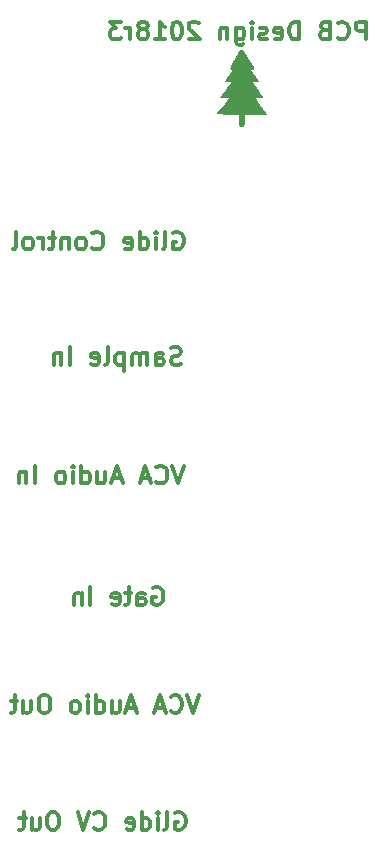
<source format=gbr>
G04 #@! TF.GenerationSoftware,KiCad,Pcbnew,(5.0.1)-rc2*
G04 #@! TF.CreationDate,2018-11-16T12:43:18-05:00*
G04 #@! TF.ProjectId,ASDR,415344522E6B696361645F7063620000,rev?*
G04 #@! TF.SameCoordinates,Original*
G04 #@! TF.FileFunction,Legend,Bot*
G04 #@! TF.FilePolarity,Positive*
%FSLAX46Y46*%
G04 Gerber Fmt 4.6, Leading zero omitted, Abs format (unit mm)*
G04 Created by KiCad (PCBNEW (5.0.1)-rc2) date 11/16/2018 12:43:18 PM*
%MOMM*%
%LPD*%
G01*
G04 APERTURE LIST*
%ADD10C,0.300000*%
%ADD11C,0.010000*%
G04 APERTURE END LIST*
D10*
X124884285Y-128790000D02*
X125027142Y-128718571D01*
X125241428Y-128718571D01*
X125455714Y-128790000D01*
X125598571Y-128932857D01*
X125670000Y-129075714D01*
X125741428Y-129361428D01*
X125741428Y-129575714D01*
X125670000Y-129861428D01*
X125598571Y-130004285D01*
X125455714Y-130147142D01*
X125241428Y-130218571D01*
X125098571Y-130218571D01*
X124884285Y-130147142D01*
X124812857Y-130075714D01*
X124812857Y-129575714D01*
X125098571Y-129575714D01*
X123527142Y-130218571D02*
X123527142Y-129432857D01*
X123598571Y-129290000D01*
X123741428Y-129218571D01*
X124027142Y-129218571D01*
X124170000Y-129290000D01*
X123527142Y-130147142D02*
X123670000Y-130218571D01*
X124027142Y-130218571D01*
X124170000Y-130147142D01*
X124241428Y-130004285D01*
X124241428Y-129861428D01*
X124170000Y-129718571D01*
X124027142Y-129647142D01*
X123670000Y-129647142D01*
X123527142Y-129575714D01*
X123027142Y-129218571D02*
X122455714Y-129218571D01*
X122812857Y-128718571D02*
X122812857Y-130004285D01*
X122741428Y-130147142D01*
X122598571Y-130218571D01*
X122455714Y-130218571D01*
X121384285Y-130147142D02*
X121527142Y-130218571D01*
X121812857Y-130218571D01*
X121955714Y-130147142D01*
X122027142Y-130004285D01*
X122027142Y-129432857D01*
X121955714Y-129290000D01*
X121812857Y-129218571D01*
X121527142Y-129218571D01*
X121384285Y-129290000D01*
X121312857Y-129432857D01*
X121312857Y-129575714D01*
X122027142Y-129718571D01*
X119527142Y-130218571D02*
X119527142Y-128718571D01*
X118812857Y-129218571D02*
X118812857Y-130218571D01*
X118812857Y-129361428D02*
X118741428Y-129290000D01*
X118598571Y-129218571D01*
X118384285Y-129218571D01*
X118241428Y-129290000D01*
X118170000Y-129432857D01*
X118170000Y-130218571D01*
X126757142Y-147840000D02*
X126900000Y-147768571D01*
X127114285Y-147768571D01*
X127328571Y-147840000D01*
X127471428Y-147982857D01*
X127542857Y-148125714D01*
X127614285Y-148411428D01*
X127614285Y-148625714D01*
X127542857Y-148911428D01*
X127471428Y-149054285D01*
X127328571Y-149197142D01*
X127114285Y-149268571D01*
X126971428Y-149268571D01*
X126757142Y-149197142D01*
X126685714Y-149125714D01*
X126685714Y-148625714D01*
X126971428Y-148625714D01*
X125828571Y-149268571D02*
X125971428Y-149197142D01*
X126042857Y-149054285D01*
X126042857Y-147768571D01*
X125257142Y-149268571D02*
X125257142Y-148268571D01*
X125257142Y-147768571D02*
X125328571Y-147840000D01*
X125257142Y-147911428D01*
X125185714Y-147840000D01*
X125257142Y-147768571D01*
X125257142Y-147911428D01*
X123900000Y-149268571D02*
X123900000Y-147768571D01*
X123900000Y-149197142D02*
X124042857Y-149268571D01*
X124328571Y-149268571D01*
X124471428Y-149197142D01*
X124542857Y-149125714D01*
X124614285Y-148982857D01*
X124614285Y-148554285D01*
X124542857Y-148411428D01*
X124471428Y-148340000D01*
X124328571Y-148268571D01*
X124042857Y-148268571D01*
X123900000Y-148340000D01*
X122614285Y-149197142D02*
X122757142Y-149268571D01*
X123042857Y-149268571D01*
X123185714Y-149197142D01*
X123257142Y-149054285D01*
X123257142Y-148482857D01*
X123185714Y-148340000D01*
X123042857Y-148268571D01*
X122757142Y-148268571D01*
X122614285Y-148340000D01*
X122542857Y-148482857D01*
X122542857Y-148625714D01*
X123257142Y-148768571D01*
X119900000Y-149125714D02*
X119971428Y-149197142D01*
X120185714Y-149268571D01*
X120328571Y-149268571D01*
X120542857Y-149197142D01*
X120685714Y-149054285D01*
X120757142Y-148911428D01*
X120828571Y-148625714D01*
X120828571Y-148411428D01*
X120757142Y-148125714D01*
X120685714Y-147982857D01*
X120542857Y-147840000D01*
X120328571Y-147768571D01*
X120185714Y-147768571D01*
X119971428Y-147840000D01*
X119900000Y-147911428D01*
X119471428Y-147768571D02*
X118971428Y-149268571D01*
X118471428Y-147768571D01*
X116542857Y-147768571D02*
X116257142Y-147768571D01*
X116114285Y-147840000D01*
X115971428Y-147982857D01*
X115900000Y-148268571D01*
X115900000Y-148768571D01*
X115971428Y-149054285D01*
X116114285Y-149197142D01*
X116257142Y-149268571D01*
X116542857Y-149268571D01*
X116685714Y-149197142D01*
X116828571Y-149054285D01*
X116900000Y-148768571D01*
X116900000Y-148268571D01*
X116828571Y-147982857D01*
X116685714Y-147840000D01*
X116542857Y-147768571D01*
X114614285Y-148268571D02*
X114614285Y-149268571D01*
X115257142Y-148268571D02*
X115257142Y-149054285D01*
X115185714Y-149197142D01*
X115042857Y-149268571D01*
X114828571Y-149268571D01*
X114685714Y-149197142D01*
X114614285Y-149125714D01*
X114114285Y-148268571D02*
X113542857Y-148268571D01*
X113900000Y-147768571D02*
X113900000Y-149054285D01*
X113828571Y-149197142D01*
X113685714Y-149268571D01*
X113542857Y-149268571D01*
X128741285Y-137862571D02*
X128241285Y-139362571D01*
X127741285Y-137862571D01*
X126384142Y-139219714D02*
X126455571Y-139291142D01*
X126669857Y-139362571D01*
X126812714Y-139362571D01*
X127027000Y-139291142D01*
X127169857Y-139148285D01*
X127241285Y-139005428D01*
X127312714Y-138719714D01*
X127312714Y-138505428D01*
X127241285Y-138219714D01*
X127169857Y-138076857D01*
X127027000Y-137934000D01*
X126812714Y-137862571D01*
X126669857Y-137862571D01*
X126455571Y-137934000D01*
X126384142Y-138005428D01*
X125812714Y-138934000D02*
X125098428Y-138934000D01*
X125955571Y-139362571D02*
X125455571Y-137862571D01*
X124955571Y-139362571D01*
X123384142Y-138934000D02*
X122669857Y-138934000D01*
X123527000Y-139362571D02*
X123027000Y-137862571D01*
X122527000Y-139362571D01*
X121384142Y-138362571D02*
X121384142Y-139362571D01*
X122027000Y-138362571D02*
X122027000Y-139148285D01*
X121955571Y-139291142D01*
X121812714Y-139362571D01*
X121598428Y-139362571D01*
X121455571Y-139291142D01*
X121384142Y-139219714D01*
X120027000Y-139362571D02*
X120027000Y-137862571D01*
X120027000Y-139291142D02*
X120169857Y-139362571D01*
X120455571Y-139362571D01*
X120598428Y-139291142D01*
X120669857Y-139219714D01*
X120741285Y-139076857D01*
X120741285Y-138648285D01*
X120669857Y-138505428D01*
X120598428Y-138434000D01*
X120455571Y-138362571D01*
X120169857Y-138362571D01*
X120027000Y-138434000D01*
X119312714Y-139362571D02*
X119312714Y-138362571D01*
X119312714Y-137862571D02*
X119384142Y-137934000D01*
X119312714Y-138005428D01*
X119241285Y-137934000D01*
X119312714Y-137862571D01*
X119312714Y-138005428D01*
X118384142Y-139362571D02*
X118527000Y-139291142D01*
X118598428Y-139219714D01*
X118669857Y-139076857D01*
X118669857Y-138648285D01*
X118598428Y-138505428D01*
X118527000Y-138434000D01*
X118384142Y-138362571D01*
X118169857Y-138362571D01*
X118027000Y-138434000D01*
X117955571Y-138505428D01*
X117884142Y-138648285D01*
X117884142Y-139076857D01*
X117955571Y-139219714D01*
X118027000Y-139291142D01*
X118169857Y-139362571D01*
X118384142Y-139362571D01*
X115812714Y-137862571D02*
X115527000Y-137862571D01*
X115384142Y-137934000D01*
X115241285Y-138076857D01*
X115169857Y-138362571D01*
X115169857Y-138862571D01*
X115241285Y-139148285D01*
X115384142Y-139291142D01*
X115527000Y-139362571D01*
X115812714Y-139362571D01*
X115955571Y-139291142D01*
X116098428Y-139148285D01*
X116169857Y-138862571D01*
X116169857Y-138362571D01*
X116098428Y-138076857D01*
X115955571Y-137934000D01*
X115812714Y-137862571D01*
X113884142Y-138362571D02*
X113884142Y-139362571D01*
X114527000Y-138362571D02*
X114527000Y-139148285D01*
X114455571Y-139291142D01*
X114312714Y-139362571D01*
X114098428Y-139362571D01*
X113955571Y-139291142D01*
X113884142Y-139219714D01*
X113384142Y-138362571D02*
X112812714Y-138362571D01*
X113169857Y-137862571D02*
X113169857Y-139148285D01*
X113098428Y-139291142D01*
X112955571Y-139362571D01*
X112812714Y-139362571D01*
X127503142Y-118431571D02*
X127003142Y-119931571D01*
X126503142Y-118431571D01*
X125146000Y-119788714D02*
X125217428Y-119860142D01*
X125431714Y-119931571D01*
X125574571Y-119931571D01*
X125788857Y-119860142D01*
X125931714Y-119717285D01*
X126003142Y-119574428D01*
X126074571Y-119288714D01*
X126074571Y-119074428D01*
X126003142Y-118788714D01*
X125931714Y-118645857D01*
X125788857Y-118503000D01*
X125574571Y-118431571D01*
X125431714Y-118431571D01*
X125217428Y-118503000D01*
X125146000Y-118574428D01*
X124574571Y-119503000D02*
X123860285Y-119503000D01*
X124717428Y-119931571D02*
X124217428Y-118431571D01*
X123717428Y-119931571D01*
X122146000Y-119503000D02*
X121431714Y-119503000D01*
X122288857Y-119931571D02*
X121788857Y-118431571D01*
X121288857Y-119931571D01*
X120146000Y-118931571D02*
X120146000Y-119931571D01*
X120788857Y-118931571D02*
X120788857Y-119717285D01*
X120717428Y-119860142D01*
X120574571Y-119931571D01*
X120360285Y-119931571D01*
X120217428Y-119860142D01*
X120146000Y-119788714D01*
X118788857Y-119931571D02*
X118788857Y-118431571D01*
X118788857Y-119860142D02*
X118931714Y-119931571D01*
X119217428Y-119931571D01*
X119360285Y-119860142D01*
X119431714Y-119788714D01*
X119503142Y-119645857D01*
X119503142Y-119217285D01*
X119431714Y-119074428D01*
X119360285Y-119003000D01*
X119217428Y-118931571D01*
X118931714Y-118931571D01*
X118788857Y-119003000D01*
X118074571Y-119931571D02*
X118074571Y-118931571D01*
X118074571Y-118431571D02*
X118146000Y-118503000D01*
X118074571Y-118574428D01*
X118003142Y-118503000D01*
X118074571Y-118431571D01*
X118074571Y-118574428D01*
X117146000Y-119931571D02*
X117288857Y-119860142D01*
X117360285Y-119788714D01*
X117431714Y-119645857D01*
X117431714Y-119217285D01*
X117360285Y-119074428D01*
X117288857Y-119003000D01*
X117146000Y-118931571D01*
X116931714Y-118931571D01*
X116788857Y-119003000D01*
X116717428Y-119074428D01*
X116646000Y-119217285D01*
X116646000Y-119645857D01*
X116717428Y-119788714D01*
X116788857Y-119860142D01*
X116931714Y-119931571D01*
X117146000Y-119931571D01*
X114860285Y-119931571D02*
X114860285Y-118431571D01*
X114146000Y-118931571D02*
X114146000Y-119931571D01*
X114146000Y-119074428D02*
X114074571Y-119003000D01*
X113931714Y-118931571D01*
X113717428Y-118931571D01*
X113574571Y-119003000D01*
X113503142Y-119145857D01*
X113503142Y-119931571D01*
X127221571Y-109827142D02*
X127007285Y-109898571D01*
X126650142Y-109898571D01*
X126507285Y-109827142D01*
X126435857Y-109755714D01*
X126364428Y-109612857D01*
X126364428Y-109470000D01*
X126435857Y-109327142D01*
X126507285Y-109255714D01*
X126650142Y-109184285D01*
X126935857Y-109112857D01*
X127078714Y-109041428D01*
X127150142Y-108970000D01*
X127221571Y-108827142D01*
X127221571Y-108684285D01*
X127150142Y-108541428D01*
X127078714Y-108470000D01*
X126935857Y-108398571D01*
X126578714Y-108398571D01*
X126364428Y-108470000D01*
X125078714Y-109898571D02*
X125078714Y-109112857D01*
X125150142Y-108970000D01*
X125293000Y-108898571D01*
X125578714Y-108898571D01*
X125721571Y-108970000D01*
X125078714Y-109827142D02*
X125221571Y-109898571D01*
X125578714Y-109898571D01*
X125721571Y-109827142D01*
X125793000Y-109684285D01*
X125793000Y-109541428D01*
X125721571Y-109398571D01*
X125578714Y-109327142D01*
X125221571Y-109327142D01*
X125078714Y-109255714D01*
X124364428Y-109898571D02*
X124364428Y-108898571D01*
X124364428Y-109041428D02*
X124293000Y-108970000D01*
X124150142Y-108898571D01*
X123935857Y-108898571D01*
X123793000Y-108970000D01*
X123721571Y-109112857D01*
X123721571Y-109898571D01*
X123721571Y-109112857D02*
X123650142Y-108970000D01*
X123507285Y-108898571D01*
X123293000Y-108898571D01*
X123150142Y-108970000D01*
X123078714Y-109112857D01*
X123078714Y-109898571D01*
X122364428Y-108898571D02*
X122364428Y-110398571D01*
X122364428Y-108970000D02*
X122221571Y-108898571D01*
X121935857Y-108898571D01*
X121793000Y-108970000D01*
X121721571Y-109041428D01*
X121650142Y-109184285D01*
X121650142Y-109612857D01*
X121721571Y-109755714D01*
X121793000Y-109827142D01*
X121935857Y-109898571D01*
X122221571Y-109898571D01*
X122364428Y-109827142D01*
X120793000Y-109898571D02*
X120935857Y-109827142D01*
X121007285Y-109684285D01*
X121007285Y-108398571D01*
X119650142Y-109827142D02*
X119793000Y-109898571D01*
X120078714Y-109898571D01*
X120221571Y-109827142D01*
X120293000Y-109684285D01*
X120293000Y-109112857D01*
X120221571Y-108970000D01*
X120078714Y-108898571D01*
X119793000Y-108898571D01*
X119650142Y-108970000D01*
X119578714Y-109112857D01*
X119578714Y-109255714D01*
X120293000Y-109398571D01*
X117793000Y-109898571D02*
X117793000Y-108398571D01*
X117078714Y-108898571D02*
X117078714Y-109898571D01*
X117078714Y-109041428D02*
X117007285Y-108970000D01*
X116864428Y-108898571D01*
X116650142Y-108898571D01*
X116507285Y-108970000D01*
X116435857Y-109112857D01*
X116435857Y-109898571D01*
X126590428Y-98691000D02*
X126733285Y-98619571D01*
X126947571Y-98619571D01*
X127161857Y-98691000D01*
X127304714Y-98833857D01*
X127376142Y-98976714D01*
X127447571Y-99262428D01*
X127447571Y-99476714D01*
X127376142Y-99762428D01*
X127304714Y-99905285D01*
X127161857Y-100048142D01*
X126947571Y-100119571D01*
X126804714Y-100119571D01*
X126590428Y-100048142D01*
X126519000Y-99976714D01*
X126519000Y-99476714D01*
X126804714Y-99476714D01*
X125661857Y-100119571D02*
X125804714Y-100048142D01*
X125876142Y-99905285D01*
X125876142Y-98619571D01*
X125090428Y-100119571D02*
X125090428Y-99119571D01*
X125090428Y-98619571D02*
X125161857Y-98691000D01*
X125090428Y-98762428D01*
X125019000Y-98691000D01*
X125090428Y-98619571D01*
X125090428Y-98762428D01*
X123733285Y-100119571D02*
X123733285Y-98619571D01*
X123733285Y-100048142D02*
X123876142Y-100119571D01*
X124161857Y-100119571D01*
X124304714Y-100048142D01*
X124376142Y-99976714D01*
X124447571Y-99833857D01*
X124447571Y-99405285D01*
X124376142Y-99262428D01*
X124304714Y-99191000D01*
X124161857Y-99119571D01*
X123876142Y-99119571D01*
X123733285Y-99191000D01*
X122447571Y-100048142D02*
X122590428Y-100119571D01*
X122876142Y-100119571D01*
X123019000Y-100048142D01*
X123090428Y-99905285D01*
X123090428Y-99333857D01*
X123019000Y-99191000D01*
X122876142Y-99119571D01*
X122590428Y-99119571D01*
X122447571Y-99191000D01*
X122376142Y-99333857D01*
X122376142Y-99476714D01*
X123090428Y-99619571D01*
X119733285Y-99976714D02*
X119804714Y-100048142D01*
X120019000Y-100119571D01*
X120161857Y-100119571D01*
X120376142Y-100048142D01*
X120519000Y-99905285D01*
X120590428Y-99762428D01*
X120661857Y-99476714D01*
X120661857Y-99262428D01*
X120590428Y-98976714D01*
X120519000Y-98833857D01*
X120376142Y-98691000D01*
X120161857Y-98619571D01*
X120019000Y-98619571D01*
X119804714Y-98691000D01*
X119733285Y-98762428D01*
X118876142Y-100119571D02*
X119019000Y-100048142D01*
X119090428Y-99976714D01*
X119161857Y-99833857D01*
X119161857Y-99405285D01*
X119090428Y-99262428D01*
X119019000Y-99191000D01*
X118876142Y-99119571D01*
X118661857Y-99119571D01*
X118519000Y-99191000D01*
X118447571Y-99262428D01*
X118376142Y-99405285D01*
X118376142Y-99833857D01*
X118447571Y-99976714D01*
X118519000Y-100048142D01*
X118661857Y-100119571D01*
X118876142Y-100119571D01*
X117733285Y-99119571D02*
X117733285Y-100119571D01*
X117733285Y-99262428D02*
X117661857Y-99191000D01*
X117519000Y-99119571D01*
X117304714Y-99119571D01*
X117161857Y-99191000D01*
X117090428Y-99333857D01*
X117090428Y-100119571D01*
X116590428Y-99119571D02*
X116019000Y-99119571D01*
X116376142Y-98619571D02*
X116376142Y-99905285D01*
X116304714Y-100048142D01*
X116161857Y-100119571D01*
X116019000Y-100119571D01*
X115519000Y-100119571D02*
X115519000Y-99119571D01*
X115519000Y-99405285D02*
X115447571Y-99262428D01*
X115376142Y-99191000D01*
X115233285Y-99119571D01*
X115090428Y-99119571D01*
X114376142Y-100119571D02*
X114519000Y-100048142D01*
X114590428Y-99976714D01*
X114661857Y-99833857D01*
X114661857Y-99405285D01*
X114590428Y-99262428D01*
X114519000Y-99191000D01*
X114376142Y-99119571D01*
X114161857Y-99119571D01*
X114019000Y-99191000D01*
X113947571Y-99262428D01*
X113876142Y-99405285D01*
X113876142Y-99833857D01*
X113947571Y-99976714D01*
X114019000Y-100048142D01*
X114161857Y-100119571D01*
X114376142Y-100119571D01*
X113019000Y-100119571D02*
X113161857Y-100048142D01*
X113233285Y-99905285D01*
X113233285Y-98619571D01*
X142865714Y-82339571D02*
X142865714Y-80839571D01*
X142294285Y-80839571D01*
X142151428Y-80911000D01*
X142080000Y-80982428D01*
X142008571Y-81125285D01*
X142008571Y-81339571D01*
X142080000Y-81482428D01*
X142151428Y-81553857D01*
X142294285Y-81625285D01*
X142865714Y-81625285D01*
X140508571Y-82196714D02*
X140580000Y-82268142D01*
X140794285Y-82339571D01*
X140937142Y-82339571D01*
X141151428Y-82268142D01*
X141294285Y-82125285D01*
X141365714Y-81982428D01*
X141437142Y-81696714D01*
X141437142Y-81482428D01*
X141365714Y-81196714D01*
X141294285Y-81053857D01*
X141151428Y-80911000D01*
X140937142Y-80839571D01*
X140794285Y-80839571D01*
X140580000Y-80911000D01*
X140508571Y-80982428D01*
X139365714Y-81553857D02*
X139151428Y-81625285D01*
X139080000Y-81696714D01*
X139008571Y-81839571D01*
X139008571Y-82053857D01*
X139080000Y-82196714D01*
X139151428Y-82268142D01*
X139294285Y-82339571D01*
X139865714Y-82339571D01*
X139865714Y-80839571D01*
X139365714Y-80839571D01*
X139222857Y-80911000D01*
X139151428Y-80982428D01*
X139080000Y-81125285D01*
X139080000Y-81268142D01*
X139151428Y-81411000D01*
X139222857Y-81482428D01*
X139365714Y-81553857D01*
X139865714Y-81553857D01*
X137222857Y-82339571D02*
X137222857Y-80839571D01*
X136865714Y-80839571D01*
X136651428Y-80911000D01*
X136508571Y-81053857D01*
X136437142Y-81196714D01*
X136365714Y-81482428D01*
X136365714Y-81696714D01*
X136437142Y-81982428D01*
X136508571Y-82125285D01*
X136651428Y-82268142D01*
X136865714Y-82339571D01*
X137222857Y-82339571D01*
X135151428Y-82268142D02*
X135294285Y-82339571D01*
X135580000Y-82339571D01*
X135722857Y-82268142D01*
X135794285Y-82125285D01*
X135794285Y-81553857D01*
X135722857Y-81411000D01*
X135580000Y-81339571D01*
X135294285Y-81339571D01*
X135151428Y-81411000D01*
X135080000Y-81553857D01*
X135080000Y-81696714D01*
X135794285Y-81839571D01*
X134508571Y-82268142D02*
X134365714Y-82339571D01*
X134080000Y-82339571D01*
X133937142Y-82268142D01*
X133865714Y-82125285D01*
X133865714Y-82053857D01*
X133937142Y-81911000D01*
X134080000Y-81839571D01*
X134294285Y-81839571D01*
X134437142Y-81768142D01*
X134508571Y-81625285D01*
X134508571Y-81553857D01*
X134437142Y-81411000D01*
X134294285Y-81339571D01*
X134080000Y-81339571D01*
X133937142Y-81411000D01*
X133222857Y-82339571D02*
X133222857Y-81339571D01*
X133222857Y-80839571D02*
X133294285Y-80911000D01*
X133222857Y-80982428D01*
X133151428Y-80911000D01*
X133222857Y-80839571D01*
X133222857Y-80982428D01*
X131865714Y-81339571D02*
X131865714Y-82553857D01*
X131937142Y-82696714D01*
X132008571Y-82768142D01*
X132151428Y-82839571D01*
X132365714Y-82839571D01*
X132508571Y-82768142D01*
X131865714Y-82268142D02*
X132008571Y-82339571D01*
X132294285Y-82339571D01*
X132437142Y-82268142D01*
X132508571Y-82196714D01*
X132580000Y-82053857D01*
X132580000Y-81625285D01*
X132508571Y-81482428D01*
X132437142Y-81411000D01*
X132294285Y-81339571D01*
X132008571Y-81339571D01*
X131865714Y-81411000D01*
X131151428Y-81339571D02*
X131151428Y-82339571D01*
X131151428Y-81482428D02*
X131080000Y-81411000D01*
X130937142Y-81339571D01*
X130722857Y-81339571D01*
X130580000Y-81411000D01*
X130508571Y-81553857D01*
X130508571Y-82339571D01*
X128722857Y-80982428D02*
X128651428Y-80911000D01*
X128508571Y-80839571D01*
X128151428Y-80839571D01*
X128008571Y-80911000D01*
X127937142Y-80982428D01*
X127865714Y-81125285D01*
X127865714Y-81268142D01*
X127937142Y-81482428D01*
X128794285Y-82339571D01*
X127865714Y-82339571D01*
X126937142Y-80839571D02*
X126794285Y-80839571D01*
X126651428Y-80911000D01*
X126580000Y-80982428D01*
X126508571Y-81125285D01*
X126437142Y-81411000D01*
X126437142Y-81768142D01*
X126508571Y-82053857D01*
X126580000Y-82196714D01*
X126651428Y-82268142D01*
X126794285Y-82339571D01*
X126937142Y-82339571D01*
X127080000Y-82268142D01*
X127151428Y-82196714D01*
X127222857Y-82053857D01*
X127294285Y-81768142D01*
X127294285Y-81411000D01*
X127222857Y-81125285D01*
X127151428Y-80982428D01*
X127080000Y-80911000D01*
X126937142Y-80839571D01*
X125008571Y-82339571D02*
X125865714Y-82339571D01*
X125437142Y-82339571D02*
X125437142Y-80839571D01*
X125580000Y-81053857D01*
X125722857Y-81196714D01*
X125865714Y-81268142D01*
X124151428Y-81482428D02*
X124294285Y-81411000D01*
X124365714Y-81339571D01*
X124437142Y-81196714D01*
X124437142Y-81125285D01*
X124365714Y-80982428D01*
X124294285Y-80911000D01*
X124151428Y-80839571D01*
X123865714Y-80839571D01*
X123722857Y-80911000D01*
X123651428Y-80982428D01*
X123580000Y-81125285D01*
X123580000Y-81196714D01*
X123651428Y-81339571D01*
X123722857Y-81411000D01*
X123865714Y-81482428D01*
X124151428Y-81482428D01*
X124294285Y-81553857D01*
X124365714Y-81625285D01*
X124437142Y-81768142D01*
X124437142Y-82053857D01*
X124365714Y-82196714D01*
X124294285Y-82268142D01*
X124151428Y-82339571D01*
X123865714Y-82339571D01*
X123722857Y-82268142D01*
X123651428Y-82196714D01*
X123580000Y-82053857D01*
X123580000Y-81768142D01*
X123651428Y-81625285D01*
X123722857Y-81553857D01*
X123865714Y-81482428D01*
X122937142Y-82339571D02*
X122937142Y-81339571D01*
X122937142Y-81625285D02*
X122865714Y-81482428D01*
X122794285Y-81411000D01*
X122651428Y-81339571D01*
X122508571Y-81339571D01*
X122151428Y-80839571D02*
X121222857Y-80839571D01*
X121722857Y-81411000D01*
X121508571Y-81411000D01*
X121365714Y-81482428D01*
X121294285Y-81553857D01*
X121222857Y-81696714D01*
X121222857Y-82053857D01*
X121294285Y-82196714D01*
X121365714Y-82268142D01*
X121508571Y-82339571D01*
X121937142Y-82339571D01*
X122080000Y-82268142D01*
X122151428Y-82196714D01*
D11*
G04 #@! TO.C,G\002A\002A\002A*
G36*
X132290136Y-83197330D02*
X132171902Y-83324316D01*
X132014306Y-83581141D01*
X131793415Y-83972481D01*
X131711503Y-84116333D01*
X131532188Y-84435207D01*
X131431492Y-84637257D01*
X131400532Y-84750631D01*
X131430423Y-84803477D01*
X131489233Y-84820620D01*
X131566625Y-84847653D01*
X131576816Y-84914241D01*
X131509738Y-85051082D01*
X131355324Y-85288877D01*
X131317225Y-85345141D01*
X131151016Y-85594102D01*
X131030408Y-85782783D01*
X130979651Y-85873154D01*
X130979334Y-85875024D01*
X131052069Y-85886930D01*
X131227623Y-85870890D01*
X131233334Y-85870060D01*
X131419620Y-85869564D01*
X131487334Y-85925778D01*
X131438418Y-86030456D01*
X131307580Y-86231701D01*
X131118688Y-86493856D01*
X131021667Y-86621471D01*
X130816259Y-86888667D01*
X130657138Y-87098211D01*
X130567517Y-87219411D01*
X130556000Y-87237193D01*
X130631492Y-87238949D01*
X130822545Y-87228416D01*
X130937000Y-87219918D01*
X131163738Y-87213037D01*
X131300147Y-87230419D01*
X131318000Y-87246032D01*
X131269075Y-87332823D01*
X131137459Y-87520449D01*
X130945895Y-87777239D01*
X130810300Y-87953057D01*
X130302599Y-88603666D01*
X131212466Y-88646000D01*
X132122334Y-88688333D01*
X132122334Y-89175321D01*
X132127282Y-89449566D01*
X132153883Y-89595096D01*
X132219771Y-89652482D01*
X132334000Y-89662309D01*
X132453200Y-89650924D01*
X132516453Y-89589722D01*
X132541396Y-89438133D01*
X132545667Y-89175321D01*
X132545667Y-88688333D01*
X133496991Y-88664404D01*
X134448315Y-88640476D01*
X133941491Y-88002691D01*
X133723087Y-87719208D01*
X133551928Y-87480596D01*
X133451399Y-87320345D01*
X133434667Y-87276893D01*
X133510477Y-87226185D01*
X133709322Y-87216395D01*
X133773334Y-87221177D01*
X133984683Y-87231523D01*
X134102496Y-87218233D01*
X134111324Y-87208904D01*
X134062501Y-87126523D01*
X133932558Y-86944169D01*
X133745306Y-86694770D01*
X133652269Y-86574050D01*
X133452637Y-86302924D01*
X133308089Y-86079224D01*
X133239968Y-85937312D01*
X133239639Y-85909745D01*
X133347471Y-85867119D01*
X133524889Y-85870875D01*
X133648076Y-85885706D01*
X133705984Y-85868948D01*
X133690614Y-85796167D01*
X133593970Y-85642926D01*
X133408052Y-85384790D01*
X133331665Y-85280500D01*
X133162415Y-85042089D01*
X133087808Y-84907843D01*
X133097833Y-84848803D01*
X133177996Y-84836000D01*
X133317216Y-84816761D01*
X133350000Y-84789585D01*
X133309375Y-84702630D01*
X133198922Y-84500941D01*
X133035776Y-84215083D01*
X132848096Y-83894261D01*
X132647988Y-83548649D01*
X132504247Y-83314173D01*
X132392940Y-83195508D01*
X132290136Y-83197330D01*
X132290136Y-83197330D01*
G37*
X132290136Y-83197330D02*
X132171902Y-83324316D01*
X132014306Y-83581141D01*
X131793415Y-83972481D01*
X131711503Y-84116333D01*
X131532188Y-84435207D01*
X131431492Y-84637257D01*
X131400532Y-84750631D01*
X131430423Y-84803477D01*
X131489233Y-84820620D01*
X131566625Y-84847653D01*
X131576816Y-84914241D01*
X131509738Y-85051082D01*
X131355324Y-85288877D01*
X131317225Y-85345141D01*
X131151016Y-85594102D01*
X131030408Y-85782783D01*
X130979651Y-85873154D01*
X130979334Y-85875024D01*
X131052069Y-85886930D01*
X131227623Y-85870890D01*
X131233334Y-85870060D01*
X131419620Y-85869564D01*
X131487334Y-85925778D01*
X131438418Y-86030456D01*
X131307580Y-86231701D01*
X131118688Y-86493856D01*
X131021667Y-86621471D01*
X130816259Y-86888667D01*
X130657138Y-87098211D01*
X130567517Y-87219411D01*
X130556000Y-87237193D01*
X130631492Y-87238949D01*
X130822545Y-87228416D01*
X130937000Y-87219918D01*
X131163738Y-87213037D01*
X131300147Y-87230419D01*
X131318000Y-87246032D01*
X131269075Y-87332823D01*
X131137459Y-87520449D01*
X130945895Y-87777239D01*
X130810300Y-87953057D01*
X130302599Y-88603666D01*
X131212466Y-88646000D01*
X132122334Y-88688333D01*
X132122334Y-89175321D01*
X132127282Y-89449566D01*
X132153883Y-89595096D01*
X132219771Y-89652482D01*
X132334000Y-89662309D01*
X132453200Y-89650924D01*
X132516453Y-89589722D01*
X132541396Y-89438133D01*
X132545667Y-89175321D01*
X132545667Y-88688333D01*
X133496991Y-88664404D01*
X134448315Y-88640476D01*
X133941491Y-88002691D01*
X133723087Y-87719208D01*
X133551928Y-87480596D01*
X133451399Y-87320345D01*
X133434667Y-87276893D01*
X133510477Y-87226185D01*
X133709322Y-87216395D01*
X133773334Y-87221177D01*
X133984683Y-87231523D01*
X134102496Y-87218233D01*
X134111324Y-87208904D01*
X134062501Y-87126523D01*
X133932558Y-86944169D01*
X133745306Y-86694770D01*
X133652269Y-86574050D01*
X133452637Y-86302924D01*
X133308089Y-86079224D01*
X133239968Y-85937312D01*
X133239639Y-85909745D01*
X133347471Y-85867119D01*
X133524889Y-85870875D01*
X133648076Y-85885706D01*
X133705984Y-85868948D01*
X133690614Y-85796167D01*
X133593970Y-85642926D01*
X133408052Y-85384790D01*
X133331665Y-85280500D01*
X133162415Y-85042089D01*
X133087808Y-84907843D01*
X133097833Y-84848803D01*
X133177996Y-84836000D01*
X133317216Y-84816761D01*
X133350000Y-84789585D01*
X133309375Y-84702630D01*
X133198922Y-84500941D01*
X133035776Y-84215083D01*
X132848096Y-83894261D01*
X132647988Y-83548649D01*
X132504247Y-83314173D01*
X132392940Y-83195508D01*
X132290136Y-83197330D01*
G04 #@! TD*
M02*

</source>
